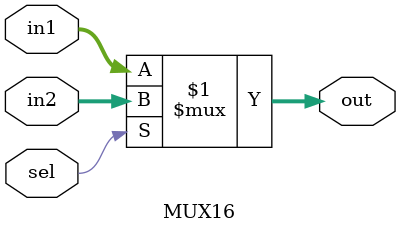
<source format=v>
module Gates(

    );
endmodule

module MUX16(
    input [15:0] in1,
    input [15:0] in2,
    input sel,
    output [15:0] out);
    
    assign out = sel ? in2 : in1;
    
endmodule

</source>
